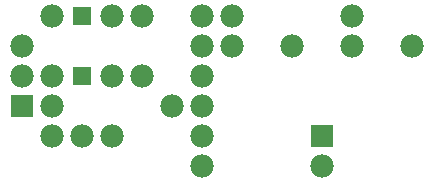
<source format=gbs>
G75*
%MOIN*%
%OFA0B0*%
%FSLAX25Y25*%
%IPPOS*%
%LPD*%
%AMOC8*
5,1,8,0,0,1.08239X$1,22.5*
%
%ADD10C,0.07800*%
%ADD11R,0.06343X0.06343*%
%ADD12R,0.07800X0.07800*%
D10*
X0032902Y0022333D03*
X0042902Y0022333D03*
X0052902Y0022333D03*
X0072902Y0032333D03*
X0082902Y0032333D03*
X0082902Y0042333D03*
X0082902Y0052333D03*
X0092902Y0052333D03*
X0092902Y0062333D03*
X0082902Y0062333D03*
X0062902Y0062333D03*
X0052902Y0062333D03*
X0032902Y0062333D03*
X0022902Y0052333D03*
X0022902Y0042333D03*
X0032902Y0042333D03*
X0032902Y0032333D03*
X0052902Y0042333D03*
X0062902Y0042333D03*
X0082902Y0022333D03*
X0082902Y0012333D03*
X0122902Y0012333D03*
X0132902Y0052333D03*
X0132902Y0062333D03*
X0152902Y0052333D03*
X0112902Y0052333D03*
D11*
X0042902Y0042333D03*
X0042902Y0062333D03*
D12*
X0022902Y0032333D03*
X0122902Y0022333D03*
M02*

</source>
